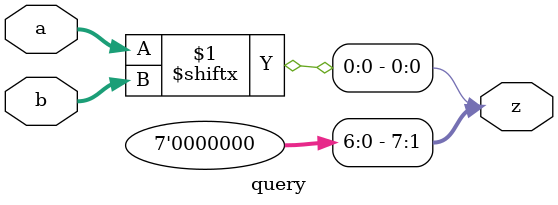
<source format=v>
module query(input [3:0] a,b,  output [7:0] z);

   assign z = a[b];

endmodule // query

</source>
